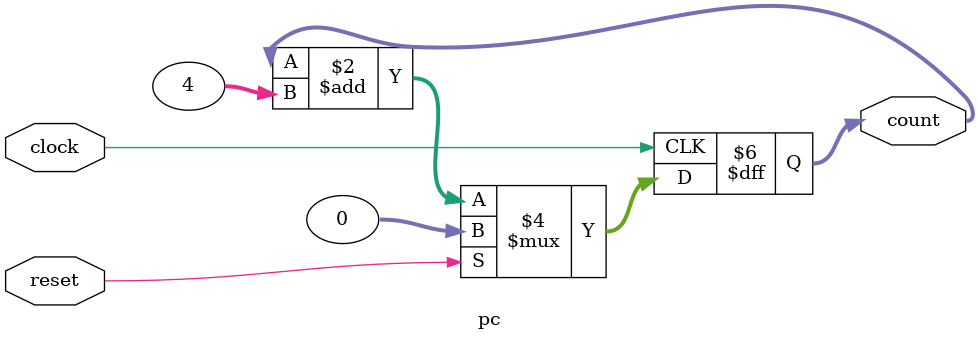
<source format=v>
`timescale 1ns / 1ps


module pc(count,clock,reset);
    input wire clock;
    input wire reset;
    output reg [31:0] count;
      
    always@(posedge clock)
    if(reset) begin
    count <= 0;
    end 
    else begin
    count <= count + 4;
    end
    
endmodule

</source>
